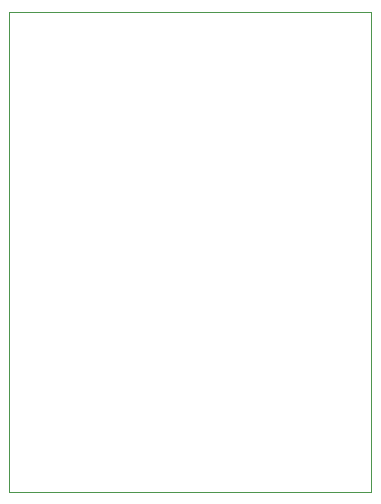
<source format=gm1>
%TF.GenerationSoftware,KiCad,Pcbnew,8.0.2-1*%
%TF.CreationDate,2024-05-18T17:44:33-05:00*%
%TF.ProjectId,can_test,63616e5f-7465-4737-942e-6b696361645f,rev?*%
%TF.SameCoordinates,Original*%
%TF.FileFunction,Profile,NP*%
%FSLAX46Y46*%
G04 Gerber Fmt 4.6, Leading zero omitted, Abs format (unit mm)*
G04 Created by KiCad (PCBNEW 8.0.2-1) date 2024-05-18 17:44:33*
%MOMM*%
%LPD*%
G01*
G04 APERTURE LIST*
%TA.AperFunction,Profile*%
%ADD10C,0.050000*%
%TD*%
G04 APERTURE END LIST*
D10*
X32100000Y-15900000D02*
X62750000Y-15900000D01*
X62750000Y-56500000D01*
X32100000Y-56500000D01*
X32100000Y-15900000D01*
M02*

</source>
